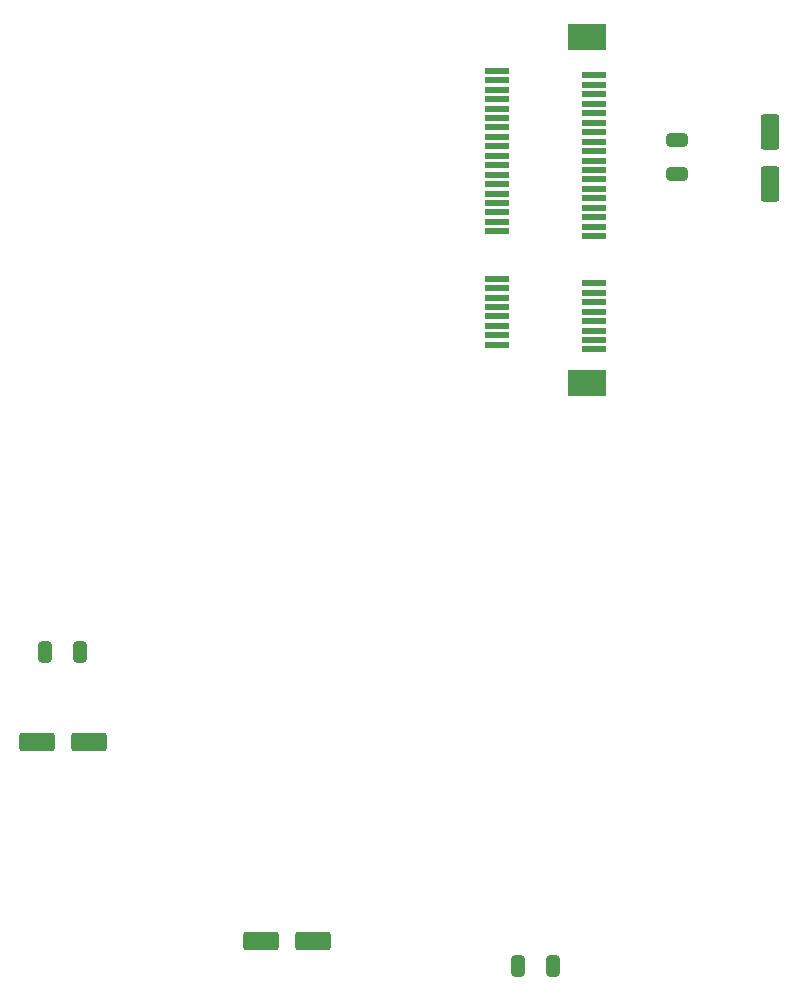
<source format=gbr>
%TF.GenerationSoftware,KiCad,Pcbnew,9.0.0-9.0.0-2~ubuntu24.04.1*%
%TF.CreationDate,2025-04-06T07:01:26+03:00*%
%TF.ProjectId,InterfaceBoard_Gateway,496e7465-7266-4616-9365-426f6172645f,rev?*%
%TF.SameCoordinates,Original*%
%TF.FileFunction,Paste,Top*%
%TF.FilePolarity,Positive*%
%FSLAX46Y46*%
G04 Gerber Fmt 4.6, Leading zero omitted, Abs format (unit mm)*
G04 Created by KiCad (PCBNEW 9.0.0-9.0.0-2~ubuntu24.04.1) date 2025-04-06 07:01:26*
%MOMM*%
%LPD*%
G01*
G04 APERTURE LIST*
G04 Aperture macros list*
%AMRoundRect*
0 Rectangle with rounded corners*
0 $1 Rounding radius*
0 $2 $3 $4 $5 $6 $7 $8 $9 X,Y pos of 4 corners*
0 Add a 4 corners polygon primitive as box body*
4,1,4,$2,$3,$4,$5,$6,$7,$8,$9,$2,$3,0*
0 Add four circle primitives for the rounded corners*
1,1,$1+$1,$2,$3*
1,1,$1+$1,$4,$5*
1,1,$1+$1,$6,$7*
1,1,$1+$1,$8,$9*
0 Add four rect primitives between the rounded corners*
20,1,$1+$1,$2,$3,$4,$5,0*
20,1,$1+$1,$4,$5,$6,$7,0*
20,1,$1+$1,$6,$7,$8,$9,0*
20,1,$1+$1,$8,$9,$2,$3,0*%
G04 Aperture macros list end*
%ADD10R,2.000000X0.600000*%
%ADD11R,3.200000X2.300000*%
%ADD12RoundRect,0.250000X0.650000X-0.325000X0.650000X0.325000X-0.650000X0.325000X-0.650000X-0.325000X0*%
%ADD13RoundRect,0.250000X-0.325000X-0.650000X0.325000X-0.650000X0.325000X0.650000X-0.325000X0.650000X0*%
%ADD14RoundRect,0.250000X-1.250000X-0.550000X1.250000X-0.550000X1.250000X0.550000X-1.250000X0.550000X0*%
%ADD15RoundRect,0.250000X0.550000X-1.250000X0.550000X1.250000X-0.550000X1.250000X-0.550000X-1.250000X0*%
G04 APERTURE END LIST*
D10*
%TO.C,BUS_PCI_Express_Mini_Dual*%
X166725000Y-98160000D03*
X158525000Y-97760000D03*
X166725000Y-97360000D03*
X158525000Y-96960000D03*
X166725000Y-96560000D03*
X158525000Y-96160000D03*
X166725000Y-95760000D03*
X158525000Y-95360000D03*
X166725000Y-94960000D03*
X158525000Y-94560000D03*
X166725000Y-94160000D03*
X158525000Y-93760000D03*
X166725000Y-93360000D03*
X158525000Y-92960000D03*
X166725000Y-92560000D03*
X158525000Y-92160000D03*
X166725000Y-88560000D03*
X158525000Y-88160000D03*
X166725000Y-87760000D03*
X158525000Y-87360000D03*
X166725000Y-86960000D03*
X158525000Y-86560000D03*
X166725000Y-86160000D03*
X158525000Y-85760000D03*
X166725000Y-85360000D03*
X158525000Y-84960000D03*
X166725000Y-84560000D03*
X158525000Y-84160000D03*
X166725000Y-83760000D03*
X158525000Y-83360000D03*
X166725000Y-82960000D03*
X158525000Y-82560000D03*
X166725000Y-82160000D03*
X158525000Y-81760000D03*
X166725000Y-81360000D03*
X158525000Y-80960000D03*
X166725000Y-80560000D03*
X158525000Y-80160000D03*
X166725000Y-79760000D03*
X158525000Y-79360000D03*
X166725000Y-78960000D03*
X158525000Y-78560000D03*
X166725000Y-78160000D03*
X158525000Y-77760000D03*
X166725000Y-77360000D03*
X158525000Y-76960000D03*
X166725000Y-76560000D03*
X158525000Y-76160000D03*
X166725000Y-75760000D03*
X158525000Y-75360000D03*
X166725000Y-74960000D03*
X158525000Y-74560000D03*
D11*
X166125000Y-101010000D03*
X166125000Y-71710000D03*
%TD*%
D12*
%TO.C,C22_1206_10nf*%
X173760000Y-83335000D03*
X173760000Y-80385000D03*
%TD*%
D13*
%TO.C,C2_1206_10nf*%
X120250000Y-123780000D03*
X123200000Y-123780000D03*
%TD*%
D14*
%TO.C,C1_1206_10uf*%
X138535000Y-148240000D03*
X142935000Y-148240000D03*
%TD*%
%TO.C,C2_1206_10uf*%
X119525000Y-131400000D03*
X123925000Y-131400000D03*
%TD*%
D15*
%TO.C,C22_1206_10uf*%
X181620000Y-84180000D03*
X181620000Y-79780000D03*
%TD*%
D13*
%TO.C,R2_1206*%
X160260000Y-150320000D03*
X163210000Y-150320000D03*
%TD*%
M02*

</source>
